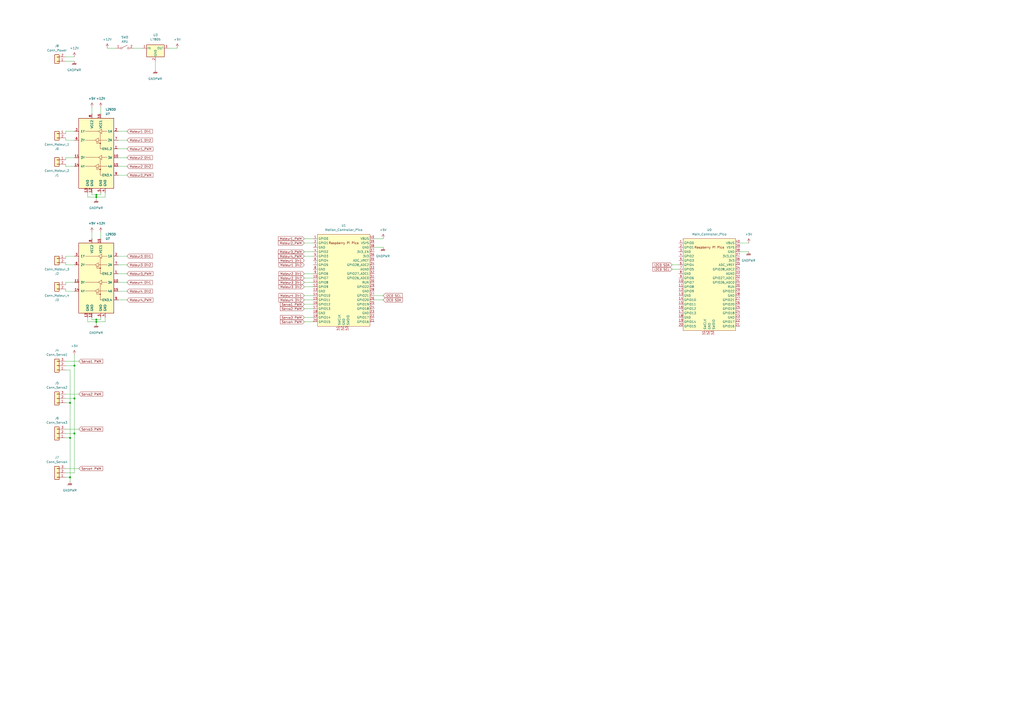
<source format=kicad_sch>
(kicad_sch (version 20211123) (generator eeschema)
  (paper "A2")
  (lib_symbols
    (symbol "Connector_Generic:Conn_01x02" (pin_names (offset 1.016) hide)
      (property "Reference" "J" (at 0 2.54 0))
      (property "Value" "Conn_01x02" (at 0 -5.08 0))
      (symbol "Conn_01x02_1_1"
        (rectangle (start -1.27 -2.413) (end 0 -2.667) (stroke (width 0.1524)))
        (rectangle (start -1.27 0.127) (end 0 -0.127) (stroke (width 0.1524)))
        (rectangle (start -1.27 1.27) (end 1.27 -3.81) (stroke (width 0.254)) (fill (type background)))
        (pin passive line (at -5.08 0 0) (length 3.81) (name "Pin_1") (number "1"))
        (pin passive line (at -5.08 -2.54 0) (length 3.81) (name "Pin_2") (number "2"))
      )
    )
    (symbol "Connector_Generic:Conn_01x03" (pin_names (offset 1.016) hide)
      (property "Reference" "J" (at 0 5.08 0))
      (property "Value" "Conn_01x03" (at 0 -5.08 0))
      (symbol "Conn_01x03_1_1"
        (rectangle (start -1.27 -2.413) (end 0 -2.667) (stroke (width 0.1524)))
        (rectangle (start -1.27 0.127) (end 0 -0.127) (stroke (width 0.1524)))
        (rectangle (start -1.27 2.667) (end 0 2.413) (stroke (width 0.1524)))
        (rectangle (start -1.27 3.81) (end 1.27 -3.81) (stroke (width 0.254)) (fill (type background)))
        (pin passive line (at -5.08 2.54 0) (length 3.81) (name "Pin_1") (number "1"))
        (pin passive line (at -5.08 0 0) (length 3.81) (name "Pin_2") (number "2"))
        (pin passive line (at -5.08 -2.54 0) (length 3.81) (name "Pin_3") (number "3"))
      )
    )
    (symbol "Driver_Motor:L293D" (pin_names (offset 1.016))
      (property "Reference" "U" (at -5.08 26.035 0))
      (property "Value" "L293D" (at -5.08 24.13 0))
      (symbol "L293D_0_1"
        (rectangle (start -10.16 22.86) (end 10.16 -17.78) (stroke (width 0.254)) (fill (type background)))
        (circle (center -2.286 -6.858) (radius 0.254) (fill (type outline)))
        (circle (center -2.286 8.255) (radius 0.254) (fill (type outline)))
        (polyline (pts (xy -6.35 -4.953) (xy -1.27 -4.953)))
        (polyline (pts (xy -6.35 0.127) (xy -3.175 0.127)))
        (polyline (pts (xy -6.35 10.16) (xy -1.27 10.16)))
        (polyline (pts (xy -6.35 15.24) (xy -3.175 15.24)))
        (polyline (pts (xy -1.27 0.127) (xy 6.35 0.127)))
        (polyline (pts (xy -1.27 15.24) (xy 6.35 15.24)))
        (polyline (pts (xy 0.635 -4.953) (xy 6.35 -4.953)))
        (polyline (pts (xy 0.635 10.16) (xy 6.35 10.16)))
        (polyline (pts (xy -2.286 -6.858) (xy -0.254 -6.858) (xy -0.254 -5.588)))
        (polyline (pts (xy -2.286 -0.635) (xy -2.286 -10.16) (xy -3.556 -10.16)))
        (polyline (pts (xy -2.286 8.255) (xy -0.254 8.255) (xy -0.254 9.525)))
        (polyline (pts (xy -2.286 14.478) (xy -2.286 5.08) (xy -3.556 5.08)))
        (polyline (pts (xy -3.175 1.397) (xy -3.175 -1.143) (xy -1.27 0.127) (xy -3.175 1.397)))
        (polyline (pts (xy -3.175 16.51) (xy -3.175 13.97) (xy -1.27 15.24) (xy -3.175 16.51)))
        (polyline (pts (xy -1.27 -3.683) (xy -1.27 -6.223) (xy 0.635 -4.953) (xy -1.27 -3.683)))
        (polyline (pts (xy -1.27 11.43) (xy -1.27 8.89) (xy 0.635 10.16) (xy -1.27 11.43)))
      )
      (symbol "L293D_1_1"
        (pin input line (at -12.7 5.08 0) (length 2.54) (name "EN1,2") (number "1"))
        (pin input line (at -12.7 0 0) (length 2.54) (name "3A") (number "10"))
        (pin output line (at 12.7 0 180) (length 2.54) (name "3Y") (number "11"))
        (pin power_in line (at 2.54 -20.32 90) (length 2.54) (name "GND") (number "12"))
        (pin power_in line (at 5.08 -20.32 90) (length 2.54) (name "GND") (number "13"))
        (pin output line (at 12.7 -5.08 180) (length 2.54) (name "4Y") (number "14"))
        (pin input line (at -12.7 -5.08 0) (length 2.54) (name "4A") (number "15"))
        (pin power_in line (at -2.54 25.4 270) (length 2.54) (name "VCC1") (number "16"))
        (pin input line (at -12.7 15.24 0) (length 2.54) (name "1A") (number "2"))
        (pin output line (at 12.7 15.24 180) (length 2.54) (name "1Y") (number "3"))
        (pin power_in line (at -5.08 -20.32 90) (length 2.54) (name "GND") (number "4"))
        (pin power_in line (at -2.54 -20.32 90) (length 2.54) (name "GND") (number "5"))
        (pin output line (at 12.7 10.16 180) (length 2.54) (name "2Y") (number "6"))
        (pin input line (at -12.7 10.16 0) (length 2.54) (name "2A") (number "7"))
        (pin power_in line (at 2.54 25.4 270) (length 2.54) (name "VCC2") (number "8"))
        (pin input line (at -12.7 -10.16 0) (length 2.54) (name "EN3,4") (number "9"))
      )
    )
    (symbol "MCU_RaspberryPi_and_Boards:Pico"
      (property "Reference" "U" (at -13.97 27.94 0))
      (property "Value" "Pico" (at 0 19.05 0))
      (symbol "Pico_0_0"
        (text "Raspberry Pi Pico" (at 0 21.59 0) (effects (font (size 1.27 1.27))))
      )
      (symbol "Pico_0_1"
        (rectangle (start -15.24 26.67) (end 15.24 -26.67) (fill (type background)))
      )
      (symbol "Pico_1_1"
        (pin bidirectional line (at -17.78 24.13 0) (length 2.54) (name "GPIO0") (number "1"))
        (pin bidirectional line (at -17.78 1.27 0) (length 2.54) (name "GPIO7") (number "10"))
        (pin bidirectional line (at -17.78 -1.27 0) (length 2.54) (name "GPIO8") (number "11"))
        (pin bidirectional line (at -17.78 -3.81 0) (length 2.54) (name "GPIO9") (number "12"))
        (pin power_in line (at -17.78 -6.35 0) (length 2.54) (name "GND") (number "13"))
        (pin bidirectional line (at -17.78 -8.89 0) (length 2.54) (name "GPIO10") (number "14"))
        (pin bidirectional line (at -17.78 -11.43 0) (length 2.54) (name "GPIO11") (number "15"))
        (pin bidirectional line (at -17.78 -13.97 0) (length 2.54) (name "GPIO12") (number "16"))
        (pin bidirectional line (at -17.78 -16.51 0) (length 2.54) (name "GPIO13") (number "17"))
        (pin power_in line (at -17.78 -19.05 0) (length 2.54) (name "GND") (number "18"))
        (pin bidirectional line (at -17.78 -21.59 0) (length 2.54) (name "GPIO14") (number "19"))
        (pin bidirectional line (at -17.78 21.59 0) (length 2.54) (name "GPIO1") (number "2"))
        (pin bidirectional line (at -17.78 -24.13 0) (length 2.54) (name "GPIO15") (number "20"))
        (pin bidirectional line (at 17.78 -24.13 180) (length 2.54) (name "GPIO16") (number "21"))
        (pin bidirectional line (at 17.78 -21.59 180) (length 2.54) (name "GPIO17") (number "22"))
        (pin power_in line (at 17.78 -19.05 180) (length 2.54) (name "GND") (number "23"))
        (pin bidirectional line (at 17.78 -16.51 180) (length 2.54) (name "GPIO18") (number "24"))
        (pin bidirectional line (at 17.78 -13.97 180) (length 2.54) (name "GPIO19") (number "25"))
        (pin bidirectional line (at 17.78 -11.43 180) (length 2.54) (name "GPIO20") (number "26"))
        (pin bidirectional line (at 17.78 -8.89 180) (length 2.54) (name "GPIO21") (number "27"))
        (pin power_in line (at 17.78 -6.35 180) (length 2.54) (name "GND") (number "28"))
        (pin bidirectional line (at 17.78 -3.81 180) (length 2.54) (name "GPIO22") (number "29"))
        (pin power_in line (at -17.78 19.05 0) (length 2.54) (name "GND") (number "3"))
        (pin input line (at 17.78 -1.27 180) (length 2.54) (name "RUN") (number "30"))
        (pin bidirectional line (at 17.78 1.27 180) (length 2.54) (name "GPIO26_ADC0") (number "31"))
        (pin bidirectional line (at 17.78 3.81 180) (length 2.54) (name "GPIO27_ADC1") (number "32"))
        (pin power_in line (at 17.78 6.35 180) (length 2.54) (name "AGND") (number "33"))
        (pin bidirectional line (at 17.78 8.89 180) (length 2.54) (name "GPIO28_ADC2") (number "34"))
        (pin power_in line (at 17.78 11.43 180) (length 2.54) (name "ADC_VREF") (number "35"))
        (pin power_in line (at 17.78 13.97 180) (length 2.54) (name "3V3") (number "36"))
        (pin input line (at 17.78 16.51 180) (length 2.54) (name "3V3_EN") (number "37"))
        (pin bidirectional line (at 17.78 19.05 180) (length 2.54) (name "GND") (number "38"))
        (pin power_in line (at 17.78 21.59 180) (length 2.54) (name "VSYS") (number "39"))
        (pin bidirectional line (at -17.78 16.51 0) (length 2.54) (name "GPIO2") (number "4"))
        (pin power_in line (at 17.78 24.13 180) (length 2.54) (name "VBUS") (number "40"))
        (pin input line (at -2.54 -29.21 90) (length 2.54) (name "SWCLK") (number "41"))
        (pin power_in line (at 0 -29.21 90) (length 2.54) (name "GND") (number "42"))
        (pin bidirectional line (at 2.54 -29.21 90) (length 2.54) (name "SWDIO") (number "43"))
        (pin bidirectional line (at -17.78 13.97 0) (length 2.54) (name "GPIO3") (number "5"))
        (pin bidirectional line (at -17.78 11.43 0) (length 2.54) (name "GPIO4") (number "6"))
        (pin bidirectional line (at -17.78 8.89 0) (length 2.54) (name "GPIO5") (number "7"))
        (pin power_in line (at -17.78 6.35 0) (length 2.54) (name "GND") (number "8"))
        (pin bidirectional line (at -17.78 3.81 0) (length 2.54) (name "GPIO6") (number "9"))
      )
    )
    (symbol "Regulator_Linear:L7805" (pin_names (offset 0.254))
      (property "Reference" "U" (at -3.81 3.175 0))
      (property "Value" "L7805" (at 0 3.175 0))
      (symbol "L7805_0_1"
        (rectangle (start -5.08 1.905) (end 5.08 -5.08) (stroke (width 0.254)) (fill (type background)))
      )
      (symbol "L7805_1_1"
        (pin power_in line (at -7.62 0 0) (length 2.54) (name "IN") (number "1"))
        (pin power_in line (at 0 -7.62 90) (length 2.54) (name "GND") (number "2"))
        (pin power_out line (at 7.62 0 180) (length 2.54) (name "OUT") (number "3"))
      )
    )
    (symbol "Switch:SW_SPST" (pin_names (offset 0) hide)
      (property "Reference" "SW" (at 0 3.175 0))
      (property "Value" "SW_SPST" (at 0 -2.54 0))
      (symbol "SW_SPST_0_0"
        (circle (center -2.032 0) (radius 0.508))
        (polyline (pts (xy -1.524 0.254) (xy 1.524 1.778)))
        (circle (center 2.032 0) (radius 0.508))
      )
      (symbol "SW_SPST_1_1"
        (pin passive line (at -5.08 0 0) (length 2.54) (name "A") (number "1"))
        (pin passive line (at 5.08 0 180) (length 2.54) (name "B") (number "2"))
      )
    )
    (symbol "power:+12V" (power) (pin_names (offset 0))
      (property "Value" "+12V" (at 0 3.556 0))
      (symbol "+12V_0_1"
        (polyline (pts (xy -0.762 1.27) (xy 0 2.54)))
        (polyline (pts (xy 0 0) (xy 0 2.54)))
        (polyline (pts (xy 0 2.54) (xy 0.762 1.27)))
      )
      (symbol "+12V_1_1"
        (pin power_in line (at 0 0 90) (length 0) hide (name "+12V") (number "1"))
      )
    )
    (symbol "power:+5V" (power) (pin_names (offset 0))
      (property "Value" "+5V" (at 0 3.556 0))
      (symbol "+5V_0_1"
        (polyline (pts (xy -0.762 1.27) (xy 0 2.54)))
        (polyline (pts (xy 0 0) (xy 0 2.54)))
        (polyline (pts (xy 0 2.54) (xy 0.762 1.27)))
      )
      (symbol "+5V_1_1"
        (pin power_in line (at 0 0 90) (length 0) hide (name "+5V") (number "1"))
      )
    )
    (symbol "power:GNDPWR" (power) (pin_names (offset 0))
      (property "Value" "GNDPWR" (at 0 -3.302 0))
      (symbol "GNDPWR_0_1"
        (polyline (pts (xy 0 -1.27) (xy 0 0)))
        (polyline (pts (xy -1.016 -1.27) (xy -1.27 -2.032) (xy -1.27 -2.032)) (stroke (width 0.2032)))
        (polyline (pts (xy -0.508 -1.27) (xy -0.762 -2.032) (xy -0.762 -2.032)) (stroke (width 0.2032)))
        (polyline (pts (xy 0 -1.27) (xy -0.254 -2.032) (xy -0.254 -2.032)) (stroke (width 0.2032)))
        (polyline (pts (xy 0.508 -1.27) (xy 0.254 -2.032) (xy 0.254 -2.032)) (stroke (width 0.2032)))
        (polyline (pts (xy 1.016 -1.27) (xy -1.016 -1.27) (xy -1.016 -1.27)) (stroke (width 0.2032)))
        (polyline (pts (xy 1.016 -1.27) (xy 0.762 -2.032) (xy 0.762 -2.032) (xy 0.762 -2.032)) (stroke (width 0.2032)))
      )
      (symbol "GNDPWR_1_1"
        (pin power_in line (at 0 0 270) (length 0) hide (name "GNDPWR") (number "1"))
      )
    )
  )
  (junction (at 40.64 276.86))
  (junction (at 43.18 212.09))
  (junction (at 40.64 233.68))
  (junction (at 55.88 185.42))
  (junction (at 55.88 186.69))
  (junction (at 43.18 231.14))
  (junction (at 43.18 251.46))
  (junction (at 55.88 114.3))
  (junction (at 55.88 113.03))
  (junction (at 40.64 254))
  (wire (pts (xy 38.1 168.91) (xy 43.18 168.91)))
  (wire (pts (xy 176.53 138.43) (xy 181.61 138.43)))
  (wire (pts (xy 38.1 248.92) (xy 45.72 248.92)))
  (wire (pts (xy 55.88 113.03) (xy 55.88 114.3)))
  (wire (pts (xy 38.1 33.02) (xy 43.18 33.02)))
  (wire (pts (xy 43.18 251.46) (xy 43.18 231.14)))
  (wire (pts (xy 50.8 114.3) (xy 55.88 114.3)))
  (wire (pts (xy 50.8 184.15) (xy 50.8 186.69)))
  (wire (pts (xy 90.17 35.56) (xy 90.17 40.64)))
  (wire (pts (xy 62.23 27.94) (xy 67.31 27.94)))
  (wire (pts (xy 38.1 76.2) (xy 38.1 77.47)))
  (wire (pts (xy 58.42 111.76) (xy 58.42 113.03)))
  (wire (pts (xy 222.25 171.45) (xy 217.17 171.45)))
  (wire (pts (xy 55.88 185.42) (xy 55.88 186.69)))
  (wire (pts (xy 73.66 153.67) (xy 68.58 153.67)))
  (wire (pts (xy 55.88 186.69) (xy 55.88 187.96)))
  (wire (pts (xy 38.1 251.46) (xy 43.18 251.46)))
  (wire (pts (xy 53.34 62.23) (xy 53.34 66.04)))
  (wire (pts (xy 389.89 156.21) (xy 393.7 156.21)))
  (wire (pts (xy 38.1 214.63) (xy 40.64 214.63)))
  (wire (pts (xy 38.1 209.55) (xy 45.72 209.55)))
  (wire (pts (xy 73.66 96.52) (xy 68.58 96.52)))
  (wire (pts (xy 38.1 95.25) (xy 38.1 96.52)))
  (wire (pts (xy 38.1 231.14) (xy 43.18 231.14)))
  (wire (pts (xy 429.26 140.97) (xy 434.34 140.97)))
  (wire (pts (xy 176.53 179.07) (xy 181.61 179.07)))
  (wire (pts (xy 38.1 163.83) (xy 38.1 165.1)))
  (wire (pts (xy 73.66 86.36) (xy 68.58 86.36)))
  (wire (pts (xy 176.53 146.05) (xy 181.61 146.05)))
  (wire (pts (xy 222.25 173.99) (xy 217.17 173.99)))
  (wire (pts (xy 40.64 254) (xy 40.64 276.86)))
  (wire (pts (xy 176.53 171.45) (xy 181.61 171.45)))
  (wire (pts (xy 58.42 134.62) (xy 58.42 138.43)))
  (wire (pts (xy 40.64 279.4) (xy 40.64 276.86)))
  (wire (pts (xy 176.53 176.53) (xy 181.61 176.53)))
  (wire (pts (xy 43.18 212.09) (xy 38.1 212.09)))
  (wire (pts (xy 38.1 274.32) (xy 43.18 274.32)))
  (wire (pts (xy 43.18 274.32) (xy 43.18 251.46)))
  (wire (pts (xy 55.88 114.3) (xy 55.88 115.57)))
  (wire (pts (xy 58.42 185.42) (xy 55.88 185.42)))
  (wire (pts (xy 38.1 35.56) (xy 43.18 35.56)))
  (wire (pts (xy 43.18 148.59) (xy 38.1 148.59)))
  (wire (pts (xy 176.53 184.15) (xy 181.61 184.15)))
  (wire (pts (xy 58.42 62.23) (xy 58.42 66.04)))
  (wire (pts (xy 176.53 163.83) (xy 181.61 163.83)))
  (wire (pts (xy 43.18 231.14) (xy 43.18 212.09)))
  (wire (pts (xy 73.66 101.6) (xy 68.58 101.6)))
  (wire (pts (xy 38.1 148.59) (xy 38.1 149.86)))
  (wire (pts (xy 176.53 186.69) (xy 181.61 186.69)))
  (wire (pts (xy 176.53 140.97) (xy 181.61 140.97)))
  (wire (pts (xy 53.34 184.15) (xy 53.34 185.42)))
  (wire (pts (xy 58.42 184.15) (xy 58.42 185.42)))
  (wire (pts (xy 53.34 113.03) (xy 55.88 113.03)))
  (wire (pts (xy 38.1 271.78) (xy 45.72 271.78)))
  (wire (pts (xy 68.58 81.28) (xy 73.66 81.28)))
  (wire (pts (xy 43.18 91.44) (xy 38.1 91.44)))
  (wire (pts (xy 97.79 27.94) (xy 102.87 27.94)))
  (wire (pts (xy 73.66 91.44) (xy 68.58 91.44)))
  (wire (pts (xy 38.1 91.44) (xy 38.1 92.71)))
  (wire (pts (xy 43.18 205.74) (xy 43.18 212.09)))
  (wire (pts (xy 217.17 143.51) (xy 222.25 143.51)))
  (wire (pts (xy 60.96 186.69) (xy 55.88 186.69)))
  (wire (pts (xy 68.58 76.2) (xy 73.66 76.2)))
  (wire (pts (xy 50.8 111.76) (xy 50.8 114.3)))
  (wire (pts (xy 38.1 153.67) (xy 43.18 153.67)))
  (wire (pts (xy 217.17 138.43) (xy 222.25 138.43)))
  (wire (pts (xy 38.1 167.64) (xy 38.1 168.91)))
  (wire (pts (xy 60.96 184.15) (xy 60.96 186.69)))
  (wire (pts (xy 176.53 166.37) (xy 181.61 166.37)))
  (wire (pts (xy 60.96 111.76) (xy 60.96 114.3)))
  (wire (pts (xy 53.34 134.62) (xy 53.34 138.43)))
  (wire (pts (xy 53.34 185.42) (xy 55.88 185.42)))
  (wire (pts (xy 38.1 80.01) (xy 38.1 81.28)))
  (wire (pts (xy 43.18 163.83) (xy 38.1 163.83)))
  (wire (pts (xy 58.42 113.03) (xy 55.88 113.03)))
  (wire (pts (xy 38.1 254) (xy 40.64 254)))
  (wire (pts (xy 53.34 111.76) (xy 53.34 113.03)))
  (wire (pts (xy 176.53 173.99) (xy 181.61 173.99)))
  (wire (pts (xy 73.66 158.75) (xy 68.58 158.75)))
  (wire (pts (xy 40.64 214.63) (xy 40.64 233.68)))
  (wire (pts (xy 73.66 163.83) (xy 68.58 163.83)))
  (wire (pts (xy 73.66 168.91) (xy 68.58 168.91)))
  (wire (pts (xy 38.1 96.52) (xy 43.18 96.52)))
  (wire (pts (xy 43.18 76.2) (xy 38.1 76.2)))
  (wire (pts (xy 389.89 153.67) (xy 393.7 153.67)))
  (wire (pts (xy 176.53 158.75) (xy 181.61 158.75)))
  (wire (pts (xy 50.8 186.69) (xy 55.88 186.69)))
  (wire (pts (xy 176.53 148.59) (xy 181.61 148.59)))
  (wire (pts (xy 60.96 114.3) (xy 55.88 114.3)))
  (wire (pts (xy 73.66 173.99) (xy 68.58 173.99)))
  (wire (pts (xy 176.53 161.29) (xy 181.61 161.29)))
  (wire (pts (xy 40.64 276.86) (xy 38.1 276.86)))
  (wire (pts (xy 38.1 81.28) (xy 43.18 81.28)))
  (wire (pts (xy 38.1 233.68) (xy 40.64 233.68)))
  (wire (pts (xy 73.66 148.59) (xy 68.58 148.59)))
  (wire (pts (xy 38.1 152.4) (xy 38.1 153.67)))
  (wire (pts (xy 40.64 233.68) (xy 40.64 254)))
  (wire (pts (xy 77.47 27.94) (xy 82.55 27.94)))
  (wire (pts (xy 429.26 146.05) (xy 434.34 146.05)))
  (wire (pts (xy 38.1 228.6) (xy 45.72 228.6)))
  (global_label "Moteur2 Dir2" (shape input) (at 73.66 96.52 0) (property "Références Inter-Feuilles" "${INTERSHEET_REFS}" (effects hide)))
  (global_label "Moteur1 Dir2" (shape input) (at 176.53 153.67 180) (property "Références Inter-Feuilles" "${INTERSHEET_REFS}" (effects hide)))
  (global_label "Servo2 PWM" (shape input) (at 45.72 228.6 0) (property "Références Inter-Feuilles" "${INTERSHEET_REFS}" (effects hide)))
  (global_label "Moteur2_PWM" (shape input) (at 73.66 101.6 0) (property "Références Inter-Feuilles" "${INTERSHEET_REFS}" (effects hide)))
  (global_label "Moteur1 Dir1" (shape input) (at 176.53 151.13 180) (property "Références Inter-Feuilles" "${INTERSHEET_REFS}" (effects hide)))
  (global_label "Moteur4 Dir2" (shape input) (at 73.66 168.91 0) (property "Références Inter-Feuilles" "${INTERSHEET_REFS}" (effects hide)))
  (global_label "Servo3 PWM" (shape input) (at 45.72 248.92 0) (property "Références Inter-Feuilles" "${INTERSHEET_REFS}" (effects hide)))
  (global_label "Moteur1_PWM" (shape input) (at 73.66 86.36 0) (property "Références Inter-Feuilles" "${INTERSHEET_REFS}" (effects hide)))
  (global_label "Moteur4 Dir1" (shape input) (at 176.53 171.45 180) (property "Références Inter-Feuilles" "${INTERSHEET_REFS}" (effects hide)))
  (global_label "Servo1 PWM" (shape input) (at 45.72 209.55 0) (property "Références Inter-Feuilles" "${INTERSHEET_REFS}" (effects hide)))
  (global_label "Moteur1 Dir1" (shape input) (at 73.66 76.2 0) (property "Références Inter-Feuilles" "${INTERSHEET_REFS}" (effects hide)))
  (global_label "Moteur3 Dir2" (shape input) (at 176.53 166.37 180) (property "Références Inter-Feuilles" "${INTERSHEET_REFS}" (effects hide)))
  (global_label "Moteur2 Dir1" (shape input) (at 73.66 91.44 0) (property "Références Inter-Feuilles" "${INTERSHEET_REFS}" (effects hide)))
  (global_label "Moteur4 Dir2" (shape input) (at 176.53 173.99 180) (property "Références Inter-Feuilles" "${INTERSHEET_REFS}" (effects hide)))
  (global_label "Servo1 PWM" (shape input) (at 176.53 176.53 180) (property "Références Inter-Feuilles" "${INTERSHEET_REFS}" (effects hide)))
  (global_label "Moteur4_PWM" (shape input) (at 176.53 148.59 180) (property "Références Inter-Feuilles" "${INTERSHEET_REFS}" (effects hide)))
  (global_label "Moteur4_PWM" (shape input) (at 73.66 173.99 0) (property "Références Inter-Feuilles" "${INTERSHEET_REFS}" (effects hide)))
  (global_label "Moteur3 Dir2" (shape input) (at 73.66 153.67 0) (property "Références Inter-Feuilles" "${INTERSHEET_REFS}" (effects hide)))
  (global_label "Moteur1_PWM" (shape input) (at 176.53 138.43 180) (property "Références Inter-Feuilles" "${INTERSHEET_REFS}" (effects hide)))
  (global_label "Moteur3 Dir1" (shape input) (at 176.53 163.83 180) (property "Références Inter-Feuilles" "${INTERSHEET_REFS}" (effects hide)))
  (global_label "Servo3 PWM" (shape input) (at 176.53 184.15 180) (property "Références Inter-Feuilles" "${INTERSHEET_REFS}" (effects hide)))
  (global_label "Moteur2 Dir2" (shape input) (at 176.53 161.29 180) (property "Références Inter-Feuilles" "${INTERSHEET_REFS}" (effects hide)))
  (global_label "Moteur3 Dir1" (shape input) (at 73.66 148.59 0) (property "Références Inter-Feuilles" "${INTERSHEET_REFS}" (effects hide)))
  (global_label "Moteur2_PWM" (shape input) (at 176.53 140.97 180) (property "Références Inter-Feuilles" "${INTERSHEET_REFS}" (effects hide)))
  (global_label "Moteur3_PWM" (shape input) (at 73.66 158.75 0) (property "Références Inter-Feuilles" "${INTERSHEET_REFS}" (effects hide)))
  (global_label "Moteur1 Dir2" (shape input) (at 73.66 81.28 0) (property "Références Inter-Feuilles" "${INTERSHEET_REFS}" (effects hide)))
  (global_label "Servo2 PWM" (shape input) (at 176.53 179.07 180) (property "Références Inter-Feuilles" "${INTERSHEET_REFS}" (effects hide)))
  (global_label "I2C0 SDA" (shape input) (at 222.25 173.99 0) (property "Références Inter-Feuilles" "${INTERSHEET_REFS}" (effects hide)))
  (global_label "Servo4 PWM" (shape input) (at 176.53 186.69 180) (property "Références Inter-Feuilles" "${INTERSHEET_REFS}" (effects hide)))
  (global_label "Servo4 PWM" (shape input) (at 45.72 271.78 0) (property "Références Inter-Feuilles" "${INTERSHEET_REFS}" (effects hide)))
  (global_label "I2C0 SCL" (shape input) (at 389.89 156.21 180) (property "Références Inter-Feuilles" "${INTERSHEET_REFS}" (effects hide)))
  (global_label "Moteur2 Dir1" (shape input) (at 176.53 158.75 180) (property "Références Inter-Feuilles" "${INTERSHEET_REFS}" (effects hide)))
  (global_label "Moteur4 Dir1" (shape input) (at 73.66 163.83 0) (property "Références Inter-Feuilles" "${INTERSHEET_REFS}" (effects hide)))
  (global_label "Moteur3_PWM" (shape input) (at 176.53 146.05 180) (property "Références Inter-Feuilles" "${INTERSHEET_REFS}" (effects hide)))
  (global_label "I2C0 SDA" (shape input) (at 389.89 153.67 180) (property "Références Inter-Feuilles" "${INTERSHEET_REFS}" (effects hide)))
  (global_label "I2C0 SCL" (shape input) (at 222.25 171.45 0) (property "Références Inter-Feuilles" "${INTERSHEET_REFS}" (effects hide)))
  (symbol (lib_id "power:GNDPWR") (at 40.64 279.4 0) (unit 1)
    (property "Reference" "#PWR?" (effects hide))
    (property "Value" "GNDPWR" (at 40.513 284.48 0))
  )
  (symbol (lib_id "power:GNDPWR") (at 222.25 143.51 0) (unit 1)
    (property "Reference" "#PWR?" (effects hide))
    (property "Value" "GNDPWR" (at 222.123 148.59 0))
  )
  (symbol (lib_id "power:+12V") (at 58.42 62.23 0) (unit 1)
    (property "Reference" "#PWR?" (effects hide))
    (property "Value" "+12V" (at 58.42 57.15 0))
  )
  (symbol (lib_id "Driver_Motor:L293D") (at 55.88 163.83 0) (mirror y) (unit 1)
    (property "Reference" "U?" (at 61.1887 138.43 0) (effects (justify right)))
    (property "Value" "L293D" (at 61.1887 135.89 0) (effects (justify right)))
    (property "Footprint" "Package_DIP:DIP-16_W7.62mm" (effects hide))
    (property "Datasheet" "http://www.ti.com/lit/ds/symlink/l293.pdf" (effects hide))
  )
  (symbol (lib_id "power:+12V") (at 43.18 33.02 0) (unit 1)
    (property "Reference" "#PWR?" (effects hide))
    (property "Value" "+12V" (at 43.18 27.94 0))
  )
  (symbol (lib_id "Connector_Generic:Conn_01x02") (at 33.02 35.56 180) (unit 1)
    (property "Reference" "J8" (at 33.02 26.67 0))
    (property "Value" "Conn_Power" (at 33.02 29.21 0))
  )
  (symbol (lib_id "Connector_Generic:Conn_01x02") (at 33.02 77.47 0) (mirror y) (unit 1)
    (property "Reference" "J0" (at 33.02 86.36 0))
    (property "Value" "Conn_Moteur_1" (at 33.02 83.82 0))
  )
  (symbol (lib_id "power:+5V") (at 222.25 138.43 0) (unit 1)
    (property "Reference" "#PWR?" (effects hide))
    (property "Value" "+5V" (at 222.25 133.35 0))
  )
  (symbol (lib_id "power:+12V") (at 62.23 27.94 0) (unit 1)
    (property "Reference" "#PWR?" (effects hide))
    (property "Value" "+12V" (at 62.23 22.86 0))
  )
  (symbol (lib_id "power:GNDPWR") (at 43.18 35.56 0) (unit 1)
    (property "Reference" "#PWR?" (effects hide))
    (property "Value" "GNDPWR" (at 43.053 40.64 0))
  )
  (symbol (lib_id "Regulator_Linear:L7805") (at 90.17 27.94 0) (unit 1)
    (property "Reference" "U3" (at 90.17 20.32 0))
    (property "Value" "L7805" (at 90.17 22.86 0))
    (property "Datasheet" "http://www.st.com/content/ccc/resource/technical/document/datasheet/41/4f/b3/b0/12/d4/47/88/CD00000444.pdf/files/CD00000444.pdf/jcr:content/translations/en.CD00000444.pdf" (effects hide))
  )
  (symbol (lib_id "power:+5V") (at 53.34 62.23 0) (unit 1)
    (property "Reference" "#PWR?" (effects hide))
    (property "Value" "+5V" (at 53.34 57.15 0))
  )
  (symbol (lib_id "power:+5V") (at 53.34 134.62 0) (unit 1)
    (property "Reference" "#PWR?" (effects hide))
    (property "Value" "+5V" (at 53.34 129.54 0))
  )
  (symbol (lib_id "power:GNDPWR") (at 55.88 187.96 0) (unit 1)
    (property "Reference" "#PWR?" (effects hide))
    (property "Value" "GNDPWR" (at 55.753 193.04 0))
  )
  (symbol (lib_id "Driver_Motor:L293D") (at 55.88 91.44 0) (mirror y) (unit 1)
    (property "Reference" "U?" (at 61.1887 66.04 0) (effects (justify right)))
    (property "Value" "L293D" (at 61.1887 63.5 0) (effects (justify right)))
    (property "Footprint" "Package_DIP:DIP-16_W7.62mm" (effects hide))
    (property "Datasheet" "http://www.ti.com/lit/ds/symlink/l293.pdf" (effects hide))
  )
  (symbol (lib_id "power:+5V") (at 43.18 205.74 0) (unit 1)
    (property "Reference" "#PWR?" (effects hide))
    (property "Value" "+5V" (at 43.18 200.66 0))
  )
  (symbol (lib_id "power:GNDPWR") (at 55.88 115.57 0) (unit 1)
    (property "Reference" "#PWR?" (effects hide))
    (property "Value" "GNDPWR" (at 55.753 120.65 0))
  )
  (symbol (lib_id "power:+5V") (at 434.34 140.97 0) (unit 1)
    (property "Reference" "#PWR?" (effects hide))
    (property "Value" "+5V" (at 434.34 135.89 0))
  )
  (symbol (lib_id "power:+12V") (at 58.42 134.62 0) (unit 1)
    (property "Reference" "#PWR?" (effects hide))
    (property "Value" "+12V" (at 58.42 129.54 0))
  )
  (symbol (lib_id "MCU_RaspberryPi_and_Boards:Pico") (at 411.48 165.1 0) (unit 1)
    (property "Reference" "U0" (at 411.48 133.35 0))
    (property "Value" "Main_Controller_Pico" (at 411.48 135.89 0))
    (property "Footprint" "RPi_Pico:RPi_Pico_SMD_TH" (effects hide))
  )
  (symbol (lib_id "Connector_Generic:Conn_01x03") (at 33.02 231.14 180) (unit 1)
    (property "Reference" "J5" (at 33.02 222.25 0))
    (property "Value" "Conn_Servo2" (at 33.02 224.79 0))
  )
  (symbol (lib_id "power:+5V") (at 102.87 27.94 0) (unit 1)
    (property "Reference" "#PWR?" (effects hide))
    (property "Value" "+5V" (at 102.87 22.86 0))
  )
  (symbol (lib_id "Connector_Generic:Conn_01x02") (at 33.02 92.71 0) (mirror y) (unit 1)
    (property "Reference" "J1" (at 33.02 101.6 0))
    (property "Value" "Conn_Moteur_2" (at 33.02 99.06 0))
  )
  (symbol (lib_id "Connector_Generic:Conn_01x02") (at 33.02 149.86 0) (mirror y) (unit 1)
    (property "Reference" "J2" (at 33.02 158.75 0))
    (property "Value" "Conn_Moteur_3" (at 33.02 156.21 0))
  )
  (symbol (lib_id "power:GNDPWR") (at 90.17 40.64 0) (unit 1)
    (property "Reference" "#PWR?" (effects hide))
    (property "Value" "GNDPWR" (at 90.043 45.72 0))
  )
  (symbol (lib_id "Connector_Generic:Conn_01x03") (at 33.02 251.46 180) (unit 1)
    (property "Reference" "J6" (at 33.02 242.57 0))
    (property "Value" "Conn_Servo3" (at 33.02 245.11 0))
  )
  (symbol (lib_id "power:GNDPWR") (at 434.34 146.05 0) (unit 1)
    (property "Reference" "#PWR?" (effects hide))
    (property "Value" "GNDPWR" (at 434.213 151.13 0))
  )
  (symbol (lib_id "Connector_Generic:Conn_01x02") (at 33.02 165.1 0) (mirror y) (unit 1)
    (property "Reference" "J3" (at 33.02 173.99 0))
    (property "Value" "Conn_Moteur_4" (at 33.02 171.45 0))
  )
  (symbol (lib_id "MCU_RaspberryPi_and_Boards:Pico") (at 199.39 162.56 0) (unit 1)
    (property "Reference" "U1" (at 199.39 130.81 0))
    (property "Value" "Motion_Controller_Pico" (at 199.39 133.35 0))
    (property "Footprint" "RPi_Pico:RPi_Pico_SMD_TH" (effects hide))
  )
  (symbol (lib_id "Connector_Generic:Conn_01x03") (at 33.02 212.09 180) (unit 1)
    (property "Reference" "J4" (at 33.02 203.2 0))
    (property "Value" "Conn_Servo1" (at 33.02 205.74 0))
  )
  (symbol (lib_id "Switch:SW_SPST") (at 72.39 27.94 0) (unit 1)
    (property "Reference" "SW0" (at 72.39 21.59 0))
    (property "Value" "ARU" (at 72.39 24.13 0))
  )
  (symbol (lib_id "Connector_Generic:Conn_01x03") (at 33.02 274.32 180) (unit 1)
    (property "Reference" "J7" (at 33.02 265.43 0))
    (property "Value" "Conn_Servo4" (at 33.02 267.97 0))
  )
)
</source>
